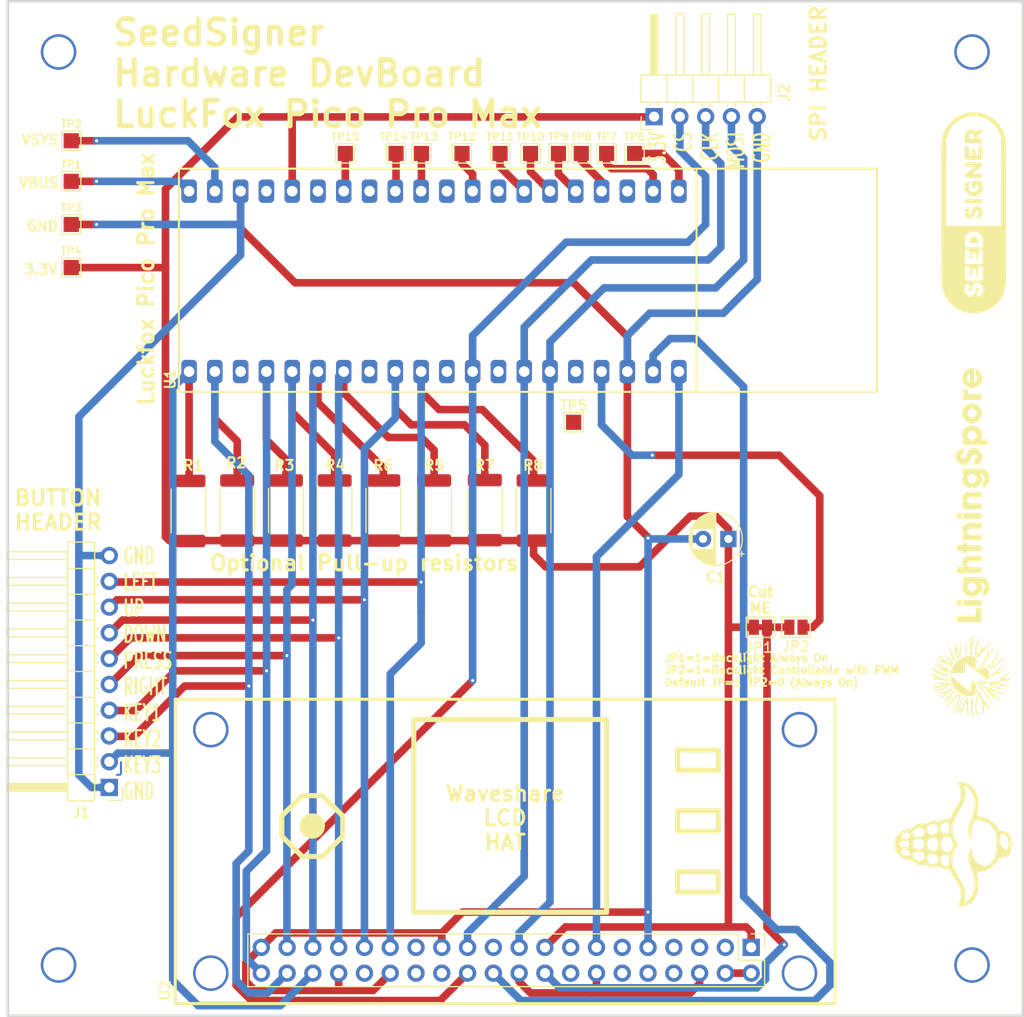
<source format=kicad_pcb>
(kicad_pcb (version 20240108) (generator "pcbnew") (generator_version "8.0")
  (title_block (title "sdfsdf") (date "sdfsdf") (rev "sdfsdf") (company "dsfsdf"))
  (layers (0 "F.Cu" signal) (31 "B.Cu" signal) (34 "B.Paste" user) (35 "F.Paste" user) (36 "B.SilkS" user "B.Silkscreen") (37 "F.SilkS" user "F.Silkscreen") (38 "B.Mask" user) (39 "F.Mask" user) (44 "Edge.Cuts" user))
  (net 0 "")
  (net 1 "GND")
  (net 2 "+3.3V")
  (net 4 "/JOYSTICK_RIGHT")
  (net 6 "Net-(U1-VBUS)")
  (net 8 "/JOYSTICK_UP")
  (net 9 "/DC")
  (net 11 "/JOYSTICK_LEFT")
  (net 13 "/JOYSTICK_DOWN")
  (net 14 "/JOYSTICK_PRESS")
  (net 15 "/SPI_MOSI")
  (net 16 "Net-(U1-VSYS)")
  (net 17 "/KEY2")
  (net 19 "/KEY3")
  (net 20 "/RST")
  (net 23 "/KEY1")
  (net 24 "Net-(U1-GPIO1_C3_d)")
  (net 26 "/SPI_SCLK")
  (net 27 "/SPI_CS")
  (net 30 "Net-(U2-5V0-Pad2)")
  (net 43 "/BACKLIGHT")
  (net 45 "/BACKLIGHT_PWM")
  (net 46 "Net-(U1-GPIO2_A4_d)")
  (net 47 "Net-(U1-GPIO2_A5_d)")
  (net 48 "Net-(U1-GPIO2_D0_d)")
  (net 49 "Net-(U1-GPIO2_A1_d)")
  (net 50 "Net-(U1-GPIO2_A2_d)")
  (net 51 "Net-(U1-GPIO2_A3_d)")
  (net 52 "Net-(U1-GPIO2_A6_d)")
  (net 53 "Net-(U1-GPIO4_C0_z)")
  (net 54 "Net-(U1-GPIO4_C1_z)")
  (net 55 "Net-(U1-GPIO0_A7_d)")
  (footprint "seedsigner-luckfox:TestPoint_Pad_1.5x1.5mm" (layer "F.Cu") (at 59 15)
    (property "Reference" "TP7")
    (property "Value" "TestPoint")
  )
  (footprint "seedsigner-luckfox:R_2512_6332Metric" (layer "F.Cu") (at 17.8 50.2375 90)
    (property "Reference" "R1")
    (property "Value" "R")
  )
  (footprint "seedsigner-luckfox:TestPoint_Pad_1.5x1.5mm" (layer "F.Cu") (at 40.75 15)
    (property "Reference" "TP13")
    (property "Value" "TestPoint")
  )
  (footprint "seedsigner-luckfox:CP_Radial_D5.0mm_P2.50mm" (layer "F.Cu") (at 71 53 180)
    (property "Reference" "C1")
    (property "Value" "C_Polarized")
  )
  (footprint "seedsigner-luckfox:R_2512_6332Metric" (layer "F.Cu") (at 32.2 50.2 90)
    (property "Reference" "R4")
    (property "Value" "R")
  )
  (footprint "seedsigner-luckfox:TestPoint_Pad_1.5x1.5mm" (layer "F.Cu") (at 6.25 13.75)
    (property "Reference" "TP2")
    (property "Value" "TestPoint")
  )
  (footprint "seedsigner-luckfox:LightningSpore_Logo" (layer "F.Cu") (at 94.85827 53.012464 90)
    (property "Reference" "ART1" (hide yes))
    (property "Value" "~" (hide yes))
  )
  (footprint "seedsigner-luckfox:seedsigner-logo-small" (layer "F.Cu") (at 95.175 20.875 90)
    (property "Reference" "LOGO1" (hide yes))
    (property "Value" "SS_LOGO" (hide yes))
  )
  (footprint "seedsigner-luckfox:R_2512_6332Metric" (layer "F.Cu") (at 22.6 50.2 90)
    (property "Reference" "R2")
    (property "Value" "R")
  )
  (footprint "seedsigner-luckfox:R_2512_6332Metric" (layer "F.Cu") (at 47 50.1625 90)
    (property "Reference" "R7")
    (property "Value" "R")
  )
  (footprint "seedsigner-luckfox:TestPoint_Pad_1.5x1.5mm" (layer "F.Cu") (at 48.5 15)
    (property "Reference" "TP11")
    (property "Value" "TestPoint")
  )
  (footprint "seedsigner-luckfox:PinHeader_1x05_P2.54mm_Horizontal" (layer "F.Cu") (at 63.675 11.375 90)
    (property "Reference" "J2")
    (property "Value" "Conn_01x05")
  )
  (footprint "seedsigner-luckfox:TestPoint_Pad_1.5x1.5mm" (layer "F.Cu") (at 6.25 26.25)
    (property "Reference" "TP4")
    (property "Value" "TestPoint")
  )
  (footprint "seedsigner-luckfox:TestPoint_Pad_1.5x1.5mm" (layer "F.Cu") (at 55.75 41.5)
    (property "Reference" "TP5")
    (property "Value" "TestPoint")
  )
  (footprint "seedsigner-luckfox:MOUNT_HOLE_3MM" (layer "F.Cu") (at 95 5)
    (property "Reference" "H4" (hide yes))
    (property "Value" "MountingHole" (hide yes))
  )
  (footprint "seedsigner-luckfox:TestPoint_Pad_1.5x1.5mm" (layer "F.Cu") (at 51.5 15)
    (property "Reference" "TP10")
    (property "Value" "TestPoint")
  )
  (footprint "seedsigner-luckfox:SolderJumper-2_P1.3mm_Open_Pad1.0x1.5mm" (layer "F.Cu") (at 77.65 61.7 180)
    (property "Reference" "JP2")
    (property "Value" "Jumper_2_Small_Open")
  )
  (footprint "seedsigner-luckfox:R_2512_6332Metric" (layer "F.Cu") (at 42 50.2 90)
    (property "Reference" "R5")
    (property "Value" "R")
  )
  (footprint "seedsigner-luckfox:TestPoint_Pad_1.5x1.5mm" (layer "F.Cu") (at 54.25 15)
    (property "Reference" "TP9")
    (property "Value" "TestPoint")
  )
  (footprint "seedsigner-luckfox:WAVESHARE_LCD_BUTTON" (layer "F.Cu") (at 49 83.8 180)
    (property "Reference" "U2")
    (property "Value" "RASPBERRY_PI_3_MODEL_B+")
  )
  (footprint "seedsigner-luckfox:R_2512_6332Metric" (layer "F.Cu") (at 27.4 50.2 90)
    (property "Reference" "R3")
    (property "Value" "R")
  )
  (footprint "seedsigner-luckfox:MOUNT_HOLE_3MM" (layer "F.Cu") (at 95 95)
    (property "Reference" "H2" (hide yes))
    (property "Value" "MountingHole" (hide yes))
  )
  (footprint "seedsigner-luckfox:TestPoint_Pad_1.5x1.5mm" (layer "F.Cu") (at 38.25 15)
    (property "Reference" "TP14")
    (property "Value" "TestPoint")
  )
  (footprint "seedsigner-luckfox:LUCKFOX_PICO_PRO_MAX_PTH" (layer "F.Cu") (at 17.86 36.5 90)
    (property "Reference" "U1")
    (property "Value" "LuckFox_Pico")
  )
  (footprint "seedsigner-luckfox:corn-logo" (layer "F.Cu") (at 93.056841 83.1 90)
    (property "Reference" "LOGO2" (hide yes))
    (property "Value" "CORN-LOGO" (hide yes))
  )
  (footprint "seedsigner-luckfox:R_2512_6332Metric" (layer "F.Cu") (at 37 50.2 90)
    (property "Reference" "R6")
    (property "Value" "R")
  )
  (footprint "seedsigner-luckfox:TestPoint_Pad_1.5x1.5mm" (layer "F.Cu") (at 6.25 17.75)
    (property "Reference" "TP1")
    (property "Value" "TestPoint")
  )
  (footprint "seedsigner-luckfox:TestPoint_Pad_1.5x1.5mm" (layer "F.Cu") (at 33.25 15)
    (property "Reference" "TP15")
    (property "Value" "TestPoint")
  )
  (footprint "seedsigner-luckfox:TestPoint_Pad_1.5x1.5mm" (layer "F.Cu") (at 61.75 15)
    (property "Reference" "TP6")
    (property "Value" "TestPoint")
  )
  (footprint "seedsigner-luckfox:SolderJumper-2_P1.3mm_Bridged_Pad1.0x1.5mm" (layer "F.Cu") (at 74.15 61.7)
    (property "Reference" "JP1")
    (property "Value" "Jumper_2_Small_Bridged")
  )
  (footprint "seedsigner-luckfox:PinHeader_1x10_P2.54mm_Horizontal" (layer "F.Cu") (at 10 77.5 180)
    (property "Reference" "J1")
    (property "Value" "Conn_01x10")
  )
  (footprint "seedsigner-luckfox:TestPoint_Pad_1.5x1.5mm" (layer "F.Cu") (at 6.25 22)
    (property "Reference" "TP3")
    (property "Value" "TestPoint")
  )
  (footprint "seedsigner-luckfox:MOUNT_HOLE_3MM" (layer "F.Cu") (at 5 5)
    (property "Reference" "H1" (hide yes))
    (property "Value" "MountingHole" (hide yes))
  )
  (footprint "seedsigner-luckfox:TestPoint_Pad_1.5x1.5mm" (layer "F.Cu") (at 44.75 15)
    (property "Reference" "TP12")
    (property "Value" "TestPoint")
  )
  (footprint "seedsigner-luckfox:TestPoint_Pad_1.5x1.5mm" (layer "F.Cu") (at 56.5 15)
    (property "Reference" "TP8")
    (property "Value" "TestPoint")
  )
  (footprint "seedsigner-luckfox:MOUNT_HOLE_3MM" (layer "F.Cu") (at 5 95)
    (property "Reference" "H3" (hide yes))
    (property "Value" "MountingHole" (hide yes))
  )
  (footprint "seedsigner-luckfox:R_2512_6332Metric" (layer "F.Cu") (at 51.8 50.2 90)
    (property "Reference" "R8")
    (property "Value" "R")
  )
  (gr_rect (start 0 0) (end 100 100) (stroke (width 0.25)) (fill none) (layer "Edge.Cuts"))
  (gr_text "VSYS" (at 1.25 14.25 0) (layer "F.SilkS") (effects (font (size 1 1) (thickness 0.2) (bold yes)) (justify left bottom)))
  (gr_text "3.3V\nCS\nCLK\nMOSI\nGND" (at 75.25 12.75 90) (layer "F.SilkS") (effects (font (size 1.6 1) (thickness 0.22) (bold yes)) (justify right bottom)))
  (gr_text "Waveshare\nLCD\nHAT" (at 49 83.8 0) (layer "F.SilkS") (effects (font (size 1.5 1.5) (thickness 0.3) (bold yes)) (justify bottom)))
  (gr_text "3.3V" (at 1.5 27 0) (layer "F.SilkS") (effects (font (size 1 1) (thickness 0.2) (bold yes)) (justify left bottom)))
  (gr_text "JP1=1=Backlight Always On\nJP2=1=Backlight Controllable with PWM\nDefault JP=1 JP2=0 (Always On)" (at 64.6 67.575 0) (layer "F.SilkS") (effects (font (size 0.75 0.75) (thickness 0.1875) (bold yes)) (justify left bottom)))
  (gr_text "SeedSigner\nHardware DevBoard\nLuckFox Pico Pro Max" (at 10.1 12.6 0) (layer "F.SilkS") (effects (font (size 2.5 2.5) (thickness 0.5) (bold yes)) (justify left bottom)))
  (gr_text "Luckfox Pico Pro Max" (at 14.5 40 90) (layer "F.SilkS") (effects (font (size 1.5 1.5) (thickness 0.3) (bold yes)) (justify left bottom)))
  (gr_text "BUTTON\nHEADER" (at 0.5 52.25 0) (layer "F.SilkS") (effects (font (size 1.5 1.5) (thickness 0.3) (bold yes)) (justify left bottom)))
  (gr_text "GND" (at 1.75 22.75 0) (layer "F.SilkS") (effects (font (size 1 1) (thickness 0.2) (bold yes)) (justify left bottom)))
  (gr_text "Cut\nME" (at 74.15 60.4 0) (layer "F.SilkS") (effects (font (size 1 1) (thickness 0.25) (bold yes)) (justify bottom)))
  (gr_text "SPI HEADER" (at 80.75 14 90) (layer "F.SilkS") (effects (font (size 1.5 1.5) (thickness 0.3) (bold yes)) (justify left bottom)))
  (gr_text "GND\nLEFT\nUP\nDOWN\nPRESS\nRIGHT\nKEY1\nKEY2\nKEY3\nGND" (at 11.25 53.75 0) (layer "F.SilkS") (effects (font (size 1.6 1) (thickness 0.22) (bold yes)) (justify left top)))
  (gr_text "VBUS" (at 1 18.5 0) (layer "F.SilkS") (effects (font (size 1 1) (thickness 0.2) (bold yes)) (justify left bottom)))
  (gr_text "Optional Pull-up resistors" (at 19.75 56.25 0) (layer "F.SilkS") (effects (font (size 1.5 1.5) (thickness 0.3) (bold yes)) (justify left bottom)))
  (segment (start 11.05 76.25) (end 11.15 76.15) (width 0.2) (layer "B.Cu") (net 0))
  (segment (start 10.75 76.25) (end 11.05 76.25) (width 0.2) (layer "B.Cu") (net 0))
  (segment (start 11.15 76.15) (end 11.15 75) (width 0.2) (layer "B.Cu") (net 0))
  (segment (start 68.16 96.84) (end 68.16 95.8) (width 0.75) (layer "F.Cu") (net 1))
  (segment (start 42.76 91.8333) (end 44.8082 89.7851) (width 0.75) (layer "F.Cu") (net 1))
  (segment (start 61.04 33.04) (end 61.04 36.5) (width 0.75) (layer "F.Cu") (net 1))
  (segment (start 50.38 96.63) (end 51.5 97.75) (width 0.75) (layer "F.Cu") (net 1))
  (segment (start 63.08 52.92) (end 63.08 52.83) (width 0.75) (layer "F.Cu") (net 1))
  (segment (start 22.94 18.72) (end 22.94 22.39) (width 0.75) (layer "F.Cu") (net 1))
  (segment (start 57.4767 97.75) (end 58 97.2267) (width 0.75) (layer "F.Cu") (net 1))
  (segment (start 28.3 27.75) (end 55.75 27.75) (width 0.75) (layer "F.Cu") (net 1))
  (segment (start 6.25 22) (end 8.75 22) (width 0.75) (layer "F.Cu") (net 1))
  (segment (start 42.76 93.26) (end 42.76 91.8333) (width 0.75) (layer "F.Cu") (net 1))
  (segment (start 58 95.8) (end 58 97.2267) (width 0.75) (layer "F.Cu") (net 1))
  (segment (start 44.8082 89.7851) (end 63.08 89.7851) (width 0.75) (layer "F.Cu") (net 1))
  (segment (start 57.4767 97.75) (end 67.25 97.75) (width 0.75) (layer "F.Cu") (net 1))
  (segment (start 23.45 94.79) (end 23.45 96.606498) (width 0.75) (layer "F.Cu") (net 1))
  (segment (start 55.75 27.75) (end 61.04 33.04) (width 0.75) (layer "F.Cu") (net 1))
  (segment (start 26.4067 91.8333) (end 42.76 91.8333) (width 0.75) (layer "F.Cu") (net 1))
  (segment (start 63.08 52.83) (end 61.04 50.79) (width 0.75) (layer "F.Cu") (net 1))
  (segment (start 32.6 95.8) (end 32.6 97.5) (width 0.75) (layer "F.Cu") (net 1))
  (segment (start 22.94 22.39) (end 28.3 27.75) (width 0.75) (layer "F.Cu") (net 1))
  (segment (start 36 97.5) (end 37.68 95.82) (width 0.75) (layer "F.Cu") (net 1))
  (segment (start 61.04 50.79) (end 61.04 36.5) (width 0.75) (layer "F.Cu") (net 1))
  (segment (start 51.5 97.75) (end 57.4767 97.75) (width 0.75) (layer "F.Cu") (net 1))
  (segment (start 23.45 96.606498) (end 24.343502 97.5) (width 0.75) (layer "F.Cu") (net 1))
  (segment (start 67.25 97.75) (end 68.16 96.84) (width 0.75) (layer "F.Cu") (net 1))
  (segment (start 24.343502 97.5) (end 36 97.5) (width 0.75) (layer "F.Cu") (net 1))
  (segment (start 37.68 95.82) (end 37.68 95.8) (width 0.75) (layer "F.Cu") (net 1))
  (segment (start 24.98 93.26) (end 23.45 94.79) (width 0.75) (layer "F.Cu") (net 1))
  (segment (start 24.98 93.26) (end 26.4067 91.8333) (width 0.75) (layer "F.Cu") (net 1))
  (segment (start 50.38 95.8) (end 50.38 96.63) (width 0.75) (layer "F.Cu") (net 1))
  (via (at 8.75 22) (size 0.6) (drill 0.3) (layers "F.Cu" "B.Cu") (net 1))
  (via (at 63.08 89.7851) (size 0.6) (drill 0.3) (layers "F.Cu" "B.Cu") (net 1))
  (via (at 63.08 52.92) (size 0.6) (drill 0.3) (layers "F.Cu" "B.Cu") (net 1))
  (segment (start 73.835 11.375) (end 73.835 27.415) (width 0.75) (layer "B.Cu") (net 1))
  (segment (start 8.75 22) (end 22.94 22) (width 0.75) (layer "B.Cu") (net 1))
  (segment (start 22.94 25.01) (end 22.94 22) (width 0.75) (layer "B.Cu") (net 1))
  (segment (start 10 77.5) (end 8.25 77.5) (width 0.75) (layer "B.Cu") (net 1))
  (segment (start 7 40.95) (end 22.94 25.01) (width 0.75) (layer "B.Cu") (net 1))
  (segment (start 8.25 77.5) (end 7 76.25) (width 0.75) (layer "B.Cu") (net 1))
  (segment (start 61.04 32.96) (end 61.04 36.5) (width 0.75) (layer "B.Cu") (net 1))
  (segment (start 22.94 22) (end 22.94 18.72) (width 0.75) (layer "B.Cu") (net 1))
  (segment (start 63.08 89.7851) (end 63.08 55.044888) (width 0.75) (layer "B.Cu") (net 1))
  (segment (start 63.08 93.26) (end 63.08 89.7851) (width 0.75) (layer "B.Cu") (net 1))
  (segment (start 70.5 30.75) (end 63.25 30.75) (width 0.75) (layer "B.Cu") (net 1))
  (segment (start 7 76.25) (end 7 54.5) (width 0.75) (layer "B.Cu") (net 1))
  (segment (start 73.835 27.415) (end 70.5 30.75) (width 0.75) (layer "B.Cu") (net 1))
  (segment (start 63.16 53) (end 68.5 53) (width 0.75) (layer "B.Cu") (net 1))
  (segment (start 63.08 52.92) (end 63.08 55.044888) (width 0.75) (layer "B.Cu") (net 1))
  (segment (start 63.25 30.75) (end 61.04 32.96) (width 0.75) (layer "B.Cu") (net 1))
  (segment (start 7 54.5) (end 7 40.95) (width 0.75) (layer "B.Cu") (net 1))
  (segment (start 63.08 52.92) (end 63.16 53) (width 0.75) (layer "B.Cu") (net 1))
  (segment (start 10 54.64) (end 7.14 54.64) (width 0.75) (layer "B.Cu") (net 1))
  (segment (start 7.14 54.64) (end 7 54.5) (width 0.75) (layer "B.Cu") (net 1))
  (segment (start 15.5317 26.25) (end 15.5317 18.5171) (width 0.75) (layer "F.Cu") (net 2))
  (segment (start 52.92 93.26) (end 54.93 91.25) (width 0.75) (layer "F.Cu") (net 2))
  (segment (start 51.8 53.1625) (end 51.8875 53.25) (width 0.75) (layer "F.Cu") (net 2))
  (segment (start 47.0375 53.1625) (end 47 53.125) (width 0.75) (layer "F.Cu") (net 2))
  (segment (start 42 53.1625) (end 46.9625 53.1625) (width 0.75) (layer "F.Cu") (net 2))
  (segment (start 69.75 50.75) (end 67.25 50.75) (width 0.75) (layer "F.Cu") (net 2))
  (segment (start 71 53) (end 71 61.7) (width 0.75) (layer "F.Cu") (net 2))
  (segment (start 71 61.7) (end 71 91.25) (width 0.75) (layer "F.Cu") (net 2))
  (segment (start 73.5 61.7) (end 71 61.7) (width 0.75) (layer "F.Cu") (net 2))
  (segment (start 70.5903 91.25) (end 72.75 91.25) (width 0.75) (layer "F.Cu") (net 2))
  (segment (start 72.75 91.25) (end 73.25 91.75) (width 0.75) (layer "F.Cu") (net 2))
  (segment (start 73.24 91.76) (end 73.24 93.26) (width 0.75) (layer "F.Cu") (net 2))
  (segment (start 28.02 18.72) (end 28.02 11.42) (width 0.75) (layer "F.Cu") (net 2))
  (segment (start 22.6488 11.4) (end 28 11.4) (width 0.75) (layer "F.Cu") (net 2))
  (segment (start 53 55.75) (end 51.8 54.55) (width 0.75) (layer "F.Cu") (net 2))
  (segment (start 51.8 54.55) (end 51.8 53.1625) (width 0.75) (layer "F.Cu") (net 2))
  (segment (start 28 11.4) (end 63.65 11.4) (width 0.75) (layer "F.Cu") (net 2))
  (segment (start 54.93 91.25) (end 70.5903 91.25) (width 0.75) (layer "F.Cu") (net 2))
  (segment (start 71 52) (end 69.75 50.75) (width 0.75) (layer "F.Cu") (net 2))
  (segment (start 67.25 50.75) (end 62.25 55.75) (width 0.75) (layer "F.Cu") (net 2))
  (segment (start 37 53.1625) (end 42 53.1625) (width 0.75) (layer "F.Cu") (net 2))
  (segment (start 28.02 11.42) (end 28 11.4) (width 0.75) (layer "F.Cu") (net 2))
  (segment (start 71 53) (end 71 52) (width 0.75) (layer "F.Cu") (net 2))
  (segment (start 51.8 53.1625) (end 47.0375 53.1625) (width 0.75) (layer "F.Cu") (net 2))
  (segment (start 17.8 53.1625) (end 22.6 53.1625) (width 0.75) (layer "F.Cu") (net 2))
  (segment (start 15.9125 53.1625) (end 15.5317 52.7817) (width 0.75) (layer "F.Cu") (net 2))
  (segment (start 63.65 11.4) (end 63.675 11.375) (width 0.75) (layer "F.Cu") (net 2))
  (segment (start 15.5317 18.5171) (end 22.6488 11.4) (width 0.75) (layer "F.Cu") (net 2))
  (segment (start 46.9625 53.1625) (end 47 53.125) (width 0.75) (layer "F.Cu") (net 2))
  (segment (start 17.8 53.1625) (end 15.9125 53.1625) (width 0.75) (layer "F.Cu") (net 2))
  (segment (start 73.25 91.75) (end 73.24 91.76) (width 0.75) (layer "F.Cu") (net 2))
  (segment (start 62.25 55.75) (end 53 55.75) (width 0.75) (layer "F.Cu") (net 2))
  (segment (start 22.6 53.1625) (end 27.4 53.1625) (width 0.75) (layer "F.Cu") (net 2))
  (segment (start 17.8 53.2) (end 17.8 53.1625) (width 0.75) (layer "F.Cu") (net 2))
  (segment (start 27.4 53.1625) (end 32.2 53.1625) (width 0.75) (layer "F.Cu") (net 2))
  (segment (start 32.2 53.1625) (end 37 53.1625) (width 0.75) (layer "F.Cu") (net 2))
  (segment (start 15.5317 52.7817) (end 15.5317 26.25) (width 0.75) (layer "F.Cu") (net 2))
  (segment (start 6.25 26.25) (end 15.5317 26.25) (width 0.75) (layer "F.Cu") (net 2))
  (segment (start 27.5 64.5) (end 12.88 64.5) (width 0.75) (layer "F.Cu") (net 4))
  (segment (start 28.02 40.52) (end 28.02 36.5) (width 0.75) (layer "F.Cu") (net 4))
  (segment (start 32.2 44.7) (end 32.2 47.2375) (width 0.75) (layer "F.Cu") (net 4))
  (segment (start 32.2 44.7) (end 28.02 40.52) (width 0.75) (layer "F.Cu") (net 4))
  (segment (start 12.88 64.5) (end 10 67.38) (width 0.75) (layer "F.Cu") (net 4))
  (via (at 27.5 64.5) (size 0.6) (drill 0.3) (layers "F.Cu" "B.Cu") (net 4))
  (segment (start 28.02 36.5) (end 28 36.52) (width 0.75) (layer "B.Cu") (net 4))
  (segment (start 28 36.52) (end 28 57.5) (width 0.75) (layer "B.Cu") (net 4))
  (segment (start 27.5 93.24) (end 27.52 93.26) (width 0.75) (layer "B.Cu") (net 4))
  (segment (start 27.5 64.5) (end 27.5 93.24) (width 0.75) (layer "B.Cu") (net 4))
  (segment (start 28 57.5) (end 27.5 58) (width 0.75) (layer "B.Cu") (net 4))
  (segment (start 27.5 58) (end 27.5 64.5) (width 0.75) (layer "B.Cu") (net 4))
  (segment (start 6.25 17.75) (end 8.75 17.75) (width 0.75) (layer "F.Cu") (net 6))
  (via (at 8.75 17.75) (size 0.6) (drill 0.3) (layers "F.Cu" "B.Cu") (net 6))
  (segment (start 16.89 17.75) (end 17.86 18.72) (width 0.75) (layer "B.Cu") (net 6))
  (segment (start 8.75 17.75) (end 16.89 17.75) (width 0.75) (layer "B.Cu") (net 6))
  (segment (start 38.18 40.18) (end 39.75 41.75) (width 0.75) (layer "F.Cu") (net 8))
  (segment (start 35.14 59) (end 10.76 59) (width 0.75) (layer "F.Cu") (net 8))
  (segment (start 39.75 41.75) (end 45 41.75) (width 0.75) (layer "F.Cu") (net 8))
  (segment (start 10.76 59) (end 10 59.76) (width 0.75) (layer "F.Cu") (net 8))
  (segment (start 47 43.75) (end 47 47.2) (width 0.75) (layer "F.Cu") (net 8))
  (segment (start 38.18 36.5) (end 38.18 40.18) (width 0.75) (layer "F.Cu") (net 8))
  (segment (start 45 41.75) (end 47 43.75) (width 0.75) (layer "F.Cu") (net 8))
  (via (at 35.14 59) (size 0.6) (drill 0.3) (layers "F.Cu" "B.Cu") (net 8))
  (segment (start 35.14 44.11) (end 38.18 41.07) (width 0.75) (layer "B.Cu") (net 8))
  (segment (start 38.18 41.07) (end 38.18 36.5) (width 0.75) (layer "B.Cu") (net 8))
  (segment (start 35.14 93.26) (end 35.14 44.11) (width 0.75) (layer "B.Cu") (net 8))
  (segment (start 77.75 91.5) (end 75.75 91.5) (width 0.75) (layer "B.Cu") (net 9))
  (segment (start 63.58 34.92) (end 63.58 36.5) (width 0.75) (layer "B.Cu") (net 9))
  (segment (start 47.84 95.8) (end 50.54 98.5) (width 0.75) (layer "B.Cu") (net 9))
  (segment (start 81 94.75) (end 77.75 91.5) (width 0.75) (layer "B.Cu") (net 9))
  (segment (start 72.5 88.25) (end 72.5 38) (width 0.75) (layer "B.Cu") (net 9))
  (segment (start 75.75 91.5) (end 72.5 88.25) (width 0.75) (layer "B.Cu") (net 9))
  (segment (start 81 97) (end 81 94.75) (width 0.75) (layer "B.Cu") (net 9))
  (segment (start 79.5 98.5) (end 81 97) (width 0.75) (layer "B.Cu") (net 9))
  (segment (start 50.54 98.5) (end 79.5 98.5) (width 0.75) (layer "B.Cu") (net 9))
  (segment (start 72.5 38) (end 67.75 33.25) (width 0.75) (layer "B.Cu") (net 9))
  (segment (start 65.25 33.25) (end 63.58 34.92) (width 0.75) (layer "B.Cu") (net 9))
  (segment (start 67.75 33.25) (end 65.25 33.25) (width 0.75) (layer "B.Cu") (net 9))
  (segment (start 51.8 45.3) (end 51.8 47.2375) (width 0.75) (layer "F.Cu") (net 11))
  (segment (start 40.72 57.25) (end 10.03 57.25) (width 0.75) (layer "F.Cu") (net 11))
  (segment (start 42.5 40.25) (end 46.75 40.25) (width 0.75) (layer "F.Cu") (net 11))
  (segment (start 40.72 38.47) (end 42.5 40.25) (width 0.75) (layer "F.Cu") (net 11))
  (segment (start 10.03 57.25) (end 10 57.22) (width 0.75) (layer "F.Cu") (net 11))
  (segment (start 40.72 36.5) (end 40.72 38.47) (width 0.75) (layer "F.Cu") (net 11))
  (segment (start 46.75 40.25) (end 51.8 45.3) (width 0.75) (layer "F.Cu") (net 11))
  (via (at 40.72 57.25) (size 0.6) (drill 0.3) (layers "F.Cu" "B.Cu") (net 11))
  (segment (start 37.68 66.3088) (end 40.72 63.2688) (width 0.75) (layer "B.Cu") (net 11))
  (segment (start 37.68 93.26) (end 37.68 66.3088) (width 0.75) (layer "B.Cu") (net 11))
  (segment (start 40.72 63.2688) (end 40.72 60.25) (width 0.75) (layer "B.Cu") (net 11))
  (segment (start 40.72 57.25) (end 40.72 60.25) (width 0.75) (layer "B.Cu") (net 11))
  (segment (start 40.72 60.25) (end 40.72 36.5) (width 0.75) (layer "B.Cu") (net 11))
  (segment (start 37 46) (end 30.56 39.56) (width 0.75) (layer "F.Cu") (net 13))
  (segment (start 37 47.2375) (end 37 46) (width 0.75) (layer "F.Cu") (net 13))
  (segment (start 30.06 61) (end 11.3 61) (width 0.75) (layer "F.Cu") (net 13))
  (segment (start 11.3 61) (end 10 62.3) (width 0.75) (layer "F.Cu") (net 13))
  (segment (start 30.56 39.56) (end 30.56 36.5) (width 0.75) (layer "F.Cu") (net 13))
  (via (at 30.06 61) (size 0.6) (drill 0.3) (layers "F.Cu" "B.Cu") (net 13))
  (segment (start 30.06 93.26) (end 30.06 37) (width 0.75) (layer "B.Cu") (net 13))
  (segment (start 30.06 37) (end 30.56 36.5) (width 0.75) (layer "B.Cu") (net 13))
  (segment (start 40.75 43) (end 37.5 43) (width 0.75) (layer "F.Cu") (net 14))
  (segment (start 41.9875 47.2375) (end 42 47.2375) (width 0.75) (layer "F.Cu") (net 14))
  (segment (start 42 44.25) (end 40.75 43) (width 0.75) (layer "F.Cu") (net 14))
  (segment (start 42 47.2375) (end 42 44.25) (width 0.75) (layer "F.Cu") (net 14))
  (segment (start 37.5 43) (end 33.1 38.6) (width 0.75) (layer "F.Cu") (net 14))
  (segment (start 12.09 62.75) (end 10 64.84) (width 0.75) (layer "F.Cu") (net 14))
  (segment (start 33.1 38.6) (end 33.1 36.5) (width 0.75) (layer "F.Cu") (net 14))
  (segment (start 32.6 62.75) (end 12.09 62.75) (width 0.75) (layer "F.Cu") (net 14))
  (via (at 32.6 62.75) (size 0.6) (drill 0.3) (layers "F.Cu" "B.Cu") (net 14))
  (segment (start 32.6 93.26) (end 32.6 37) (width 0.75) (layer "B.Cu") (net 14))
  (segment (start 32.6 37) (end 33.1 36.5) (width 0.75) (layer "B.Cu") (net 14))
  (segment (start 53.42 88.7933) (end 53.42 36.5) (width 0.75) (layer "B.Cu") (net 15))
  (segment (start 58.75 28.25) (end 69.75 28.25) (width 0.75) (layer "B.Cu") (net 15))
  (segment (start 72.5 15.5) (end 71.295 14.295) (width 0.75) (layer "B.Cu") (net 15))
  (segment (start 50.38 93.26) (end 50.38 91.8333) (width 0.75) (layer "B.Cu") (net 15))
  (segment (start 53.42 33.58) (end 58.75 28.25) (width 0.75) (layer "B.Cu") (net 15))
  (segment (start 72.5 25.5) (end 72.5 15.5) (width 0.75) (layer "B.Cu") (net 15))
  (segment (start 69.75 28.25) (end 72.5 25.5) (width 0.75) (layer "B.Cu") (net 15))
  (segment (start 53.42 36.5) (end 53.42 33.58) (width 0.75) (layer "B.Cu") (net 15))
  (segment (start 50.38 91.8333) (end 53.42 88.7933) (width 0.75) (layer "B.Cu") (net 15))
  (segment (start 71.295 14.295) (end 71.295 11.375) (width 0.75) (layer "B.Cu") (net 15))
  (segment (start 6.25 13.75) (end 8.75 13.75) (width 0.75) (layer "F.Cu") (net 16))
  (via (at 8.75 13.75) (size 0.6) (drill 0.3) (layers "F.Cu" "B.Cu") (net 16))
  (segment (start 20.4 16.4) (end 20.4 18.72) (width 0.75) (layer "B.Cu") (net 16))
  (segment (start 8.75 13.75) (end 17.75 13.75) (width 0.75) (layer "B.Cu") (net 16))
  (segment (start 17.75 13.75) (end 20.4 16.4) (width 0.75) (layer "B.Cu") (net 16))
  (segment (start 20.4 41.15) (end 22.6 43.35) (width 0.75) (layer "F.Cu") (net 17))
  (segment (start 22.6 43.35) (end 22.6 47.2375) (width 0.75) (layer "F.Cu") (net 17))
  (segment (start 12.46 72.46) (end 10 72.46) (width 0.75) (layer "F.Cu") (net 17))
  (segment (start 17.42 67.5) (end 12.46 72.46) (width 0.75) (layer "F.Cu") (net 17))
  (segment (start 23.75 67.5) (end 17.42 67.5) (width 0.75) (layer "F.Cu") (net 17))
  (segment (start 20.4 36.5) (end 20.4 41.15) (width 0.75) (layer "F.Cu") (net 17))
  (via (at 23.75 67.5) (size 0.6) (drill 0.3) (layers "F.Cu" "B.Cu") (net 17))
  (segment (start 20.4 36.5) (end 20.4 43.4) (width 0.75) (layer "B.Cu") (net 17))
  (segment (start 23.75 46.75) (end 23.75 83.75) (width 0.75) (layer "B.Cu") (net 17))
  (segment (start 22.5 85) (end 22.5 96.5) (width 0.75) (layer "B.Cu") (net 17))
  (segment (start 22.5 96.5) (end 23.75 97.75) (width 0.75) (layer "B.Cu") (net 17))
  (segment (start 25.57 97.75) (end 27.52 95.8) (width 0.75) (layer "B.Cu") (net 17))
  (segment (start 20.4 43.4) (end 23.75 46.75) (width 0.75) (layer "B.Cu") (net 17))
  (segment (start 23.75 97.75) (end 25.57 97.75) (width 0.75) (layer "B.Cu") (net 17))
  (segment (start 23.75 83.75) (end 22.5 85) (width 0.75) (layer "B.Cu") (net 17))
  (segment (start 17.86 47.215) (end 17.8 47.275) (width 0.75) (layer "F.Cu") (net 19))
  (segment (start 17.86 36.5) (end 17.86 47.215) (width 0.75) (layer "F.Cu") (net 19))
  (segment (start 16.25 96.5) (end 18.75 99) (width 0.75) (layer "B.Cu") (net 19))
  (segment (start 16.25 74.25) (end 16.25 96.5) (width 0.75) (layer "B.Cu") (net 19))
  (segment (start 16.11 74.11) (end 16.25 74.25) (width 0.75) (layer "B.Cu") (net 19))
  (segment (start 10.85 74.11) (end 16.11 74.11) (width 0.75) (layer "B.Cu") (net 19))
  (segment (start 16.25 38.11) (end 16.25 74.25) (width 0.75) (layer "B.Cu") (net 19))
  (segment (start 26.86 99) (end 30.06 95.8) (width 0.75) (layer "B.Cu") (net 19))
  (segment (start 18.75 99) (end 26.86 99) (width 0.75) (layer "B.Cu") (net 19))
  (segment (start 10 74.96) (end 10.85 74.11) (width 0.75) (layer "B.Cu") (net 19))
  (segment (start 17.86 36.5) (end 16.25 38.11) (width 0.75) (layer "B.Cu") (net 19))
  (segment (start 58 54.75) (end 58 93.26) (width 0.75) (layer "B.Cu") (net 20))
  (segment (start 66.12 46.63) (end 58 54.75) (width 0.75) (layer "B.Cu") (net 20))
  (segment (start 66.12 36.5) (end 66.12 46.63) (width 0.75) (layer "B.Cu") (net 20))
  (segment (start 25.48 36.5) (end 25.48 43.23) (width 0.75) (layer "F.Cu") (net 23))
  (segment (start 27.4 45.15) (end 27.4 47.2375) (width 0.75) (layer "F.Cu") (net 23))
  (segment (start 12.58 69.92) (end 10 69.92) (width 0.75) (layer "F.Cu") (net 23))
  (segment (start 16.5 66) (end 12.58 69.92) (width 0.75) (layer "F.Cu") (net 23))
  (segment (start 25.48 43.23) (end 27.4 45.15) (width 0.75) (layer "F.Cu") (net 23))
  (segment (start 25.5 66) (end 16.5 66) (width 0.75) (layer "F.Cu") (net 23))
  (via (at 25.5 66) (size 0.6) (drill 0.3) (layers "F.Cu" "B.Cu") (net 23))
  (segment (start 23.5 85.75) (end 25.5 83.75) (width 0.75) (layer "B.Cu") (net 23))
  (segment (start 24.98 95.8) (end 23.5 94.32) (width 0.75) (layer "B.Cu") (net 23))
  (segment (start 25.5 36.52) (end 25.48 36.5) (width 0.75) (layer "B.Cu") (net 23))
  (segment (start 25.5 83.75) (end 25.5 36.52) (width 0.75) (layer "B.Cu") (net 23))
  (segment (start 23.5 94.32) (end 23.5 85.75) (width 0.75) (layer "B.Cu") (net 23))
  (segment (start 50.88 32.12) (end 57.5 25.5) (width 0.75) (layer "B.Cu") (net 26))
  (segment (start 45.3 93.26) (end 45.3 91.8333) (width 0.75) (layer "B.Cu") (net 26))
  (segment (start 69 25.5) (end 70.25 24.25) (width 0.75) (layer "B.Cu") (net 26))
  (segment (start 50.88 36.5) (end 50.88 32.12) (width 0.75) (layer "B.Cu") (net 26))
  (segment (start 50.88 86.2533) (end 50.88 36.5) (width 0.75) (layer "B.Cu") (net 26))
  (segment (start 70.25 16) (end 68.755 14.505) (width 0.75) (layer "B.Cu") (net 26))
  (segment (start 45.3 91.8333) (end 50.88 86.2533) (width 0.75) (layer "B.Cu") (net 26))
  (segment (start 70.25 24.25) (end 70.25 16) (width 0.75) (layer "B.Cu") (net 26))
  (segment (start 57.5 25.5) (end 69 25.5) (width 0.75) (layer "B.Cu") (net 26))
  (segment (start 68.755 14.505) (end 68.755 11.375) (width 0.75) (layer "B.Cu") (net 26))
  (segment (start 45.8 66.95) (end 22.5 90.25) (width 0.75) (layer "F.Cu") (net 27))
  (segment (start 24 98.5) (end 42.6 98.5) (width 0.75) (layer "F.Cu") (net 27))
  (segment (start 42.6 98.5) (end 45.3 95.8) (width 0.75) (layer "F.Cu") (net 27))
  (segment (start 22.5 97) (end 24 98.5) (width 0.75) (layer "F.Cu") (net 27))
  (segment (start 22.5 90.25) (end 22.5 97) (width 0.75) (layer "F.Cu") (net 27))
  (via (at 45.8 66.95) (size 0.6) (drill 0.3) (layers "F.Cu" "B.Cu") (net 27))
  (segment (start 45.8 66.95) (end 45.8 36.5) (width 0.75) (layer "B.Cu") (net 27))
  (segment (start 45.8 36.5) (end 45.8 32.95) (width 0.75) (layer "B.Cu") (net 27))
  (segment (start 68.75 22) (end 68.75 17.25) (width 0.75) (layer "B.Cu") (net 27))
  (segment (start 68.75 17.25) (end 66.215 14.715) (width 0.75) (layer "B.Cu") (net 27))
  (segment (start 45.25 95.85) (end 45.3 95.8) (width 0.75) (layer "B.Cu") (net 27))
  (segment (start 66.215 14.715) (end 66.215 11.375) (width 0.75) (layer "B.Cu") (net 27))
  (segment (start 45.8 32.95) (end 55 23.75) (width 0.75) (layer "B.Cu") (net 27))
  (segment (start 67 23.75) (end 68.75 22) (width 0.75) (layer "B.Cu") (net 27))
  (segment (start 55 23.75) (end 67 23.75) (width 0.75) (layer "B.Cu") (net 27))
  (segment (start 70.7 95.8) (end 73.24 95.8) (width 0.75) (layer "F.Cu") (net 30))
  (segment (start 76.5 93) (end 74.8 91.3) (width 0.75) (layer "F.Cu") (net 43))
  (segment (start 77 61.7) (end 74.8 61.7) (width 0.75) (layer "F.Cu") (net 43))
  (segment (start 74.8 91.3) (end 74.8 61.7) (width 0.75) (layer "F.Cu") (net 43))
  (via (at 76.5 93) (size 0.6) (drill 0.3) (layers "F.Cu" "B.Cu") (net 43))
  (segment (start 70 97.25) (end 73.805255 97.25) (width 0.75) (layer "B.Cu") (net 43))
  (segment (start 54.37 97.25) (end 70 97.25) (width 0.75) (layer "B.Cu") (net 43))
  (segment (start 52.92 95.8) (end 54.37 97.25) (width 0.75) (layer "B.Cu") (net 43))
  (segment (start 74.55 96.505255) (end 74.665 96.390255) (width 0.75) (layer "B.Cu") (net 43))
  (segment (start 76.25 93.25) (end 76.5 93) (width 0.75) (layer "B.Cu") (net 43))
  (segment (start 74.665 96.390255) (end 74.665 94.835) (width 0.75) (layer "B.Cu") (net 43))
  (segment (start 73.805255 97.25) (end 74.55 96.505255) (width 0.75) (layer "B.Cu") (net 43))
  (segment (start 74.665 94.835) (end 76.25 93.25) (width 0.75) (layer "B.Cu") (net 43))
  (segment (start 80 61) (end 80 48.75) (width 0.75) (layer "F.Cu") (net 45))
  (segment (start 78.3 61.7) (end 79.3 61.7) (width 0.75) (layer "F.Cu") (net 45))
  (segment (start 79.3 61.7) (end 80 61) (width 0.75) (layer "F.Cu") (net 45))
  (segment (start 80 48.75) (end 76 44.75) (width 0.75) (layer "F.Cu") (net 45))
  (segment (start 76 44.75) (end 63.5 44.75) (width 0.75) (layer "F.Cu") (net 45))
  (via (at 63.5 44.75) (size 0.6) (drill 0.3) (layers "F.Cu" "B.Cu") (net 45))
  (segment (start 61.5 44.75) (end 58.5 41.75) (width 0.75) (layer "B.Cu") (net 45))
  (segment (start 63.5 44.75) (end 61.5 44.75) (width 0.75) (layer "B.Cu") (net 45))
  (segment (start 58.5 41.75) (end 58.5 36.5) (width 0.75) (layer "B.Cu") (net 45))
  (segment (start 64.5 15) (end 66.12 16.62) (width 0.75) (layer "F.Cu") (net 46))
  (segment (start 61.75 15) (end 64.5 15) (width 0.75) (layer "F.Cu") (net 46))
  (segment (start 66.12 16.62) (end 66.12 18.72) (width 0.75) (layer "F.Cu") (net 46))
  (segment (start 63.58 17.08) (end 63.58 18.72) (width 0.75) (layer "F.Cu") (net 47))
  (segment (start 63 16.5) (end 63.58 17.08) (width 0.75) (layer "F.Cu") (net 47))
  (segment (start 59 16) (end 59.5 16.5) (width 0.75) (layer "F.Cu") (net 47))
  (segment (start 59.5 16.5) (end 63 16.5) (width 0.75) (layer "F.Cu") (net 47))
  (segment (start 59 15) (end 59 16) (width 0.75) (layer "F.Cu") (net 47))
  (segment (start 56.5 15.75) (end 58.5 17.75) (width 0.75) (layer "F.Cu") (net 48))
  (segment (start 58.5 17.75) (end 58.5 18.72) (width 0.75) (layer "F.Cu") (net 48))
  (segment (start 56.5 15) (end 56.5 15.75) (width 0.75) (layer "F.Cu") (net 48))
  (segment (start 54.25 15) (end 54.25 17.01) (width 0.75) (layer "F.Cu") (net 49))
  (segment (start 54.25 17.01) (end 55.96 18.72) (width 0.75) (layer "F.Cu") (net 49))
  (segment (start 51.5 16.8) (end 53.42 18.72) (width 0.75) (layer "F.Cu") (net 50))
  (segment (start 51.5 15) (end 51.5 16.8) (width 0.75) (layer "F.Cu") (net 50))
  (segment (start 48.5 15) (end 48.5 16.34) (width 0.75) (layer "F.Cu") (net 51))
  (segment (start 48.5 16.34) (end 50.88 18.72) (width 0.75) (layer "F.Cu") (net 51))
  (segment (start 44.75 15) (end 44.75 16) (width 0.75) (layer "F.Cu") (net 52))
  (segment (start 45.8 17.05) (end 45.8 18.72) (width 0.75) (layer "F.Cu") (net 52))
  (segment (start 44.75 16) (end 45.8 17.05) (width 0.75) (layer "F.Cu") (net 52))
  (segment (start 40.75 18.69) (end 40.72 18.72) (width 0.75) (layer "F.Cu") (net 53))
  (segment (start 40.75 15) (end 40.75 18.69) (width 0.75) (layer "F.Cu") (net 53))
  (segment (start 38.25 15) (end 38.25 18.65) (width 0.75) (layer "F.Cu") (net 54))
  (segment (start 38.25 18.65) (end 38.18 18.72) (width 0.75) (layer "F.Cu") (net 54))
  (segment (start 33.25 18.57) (end 33.1 18.72) (width 0.75) (layer "F.Cu") (net 55))
  (segment (start 33.25 15) (end 33.25 18.57) (width 0.75) (layer "F.Cu") (net 55))
)
</source>
